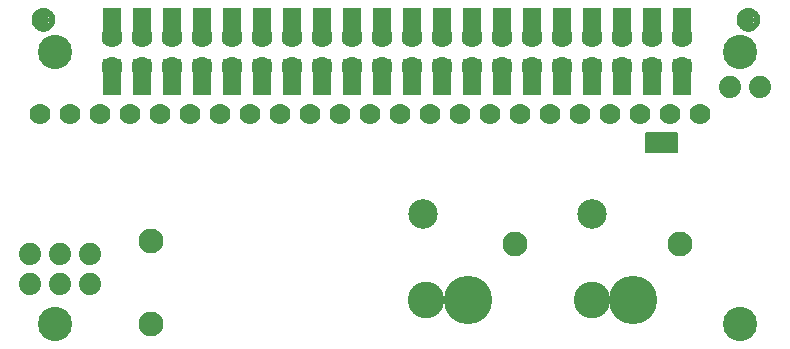
<source format=gbr>
G04 EAGLE Gerber RS-274X export*
G75*
%MOMM*%
%FSLAX34Y34*%
%LPD*%
%INSoldermask Bottom*%
%IPPOS*%
%AMOC8*
5,1,8,0,0,1.08239X$1,22.5*%
G01*
%ADD10C,2.901600*%
%ADD11R,1.625600X3.149600*%
%ADD12C,1.778000*%
%ADD13C,1.101600*%
%ADD14C,0.500000*%
%ADD15C,2.101600*%
%ADD16C,3.101600*%
%ADD17C,2.501600*%
%ADD18C,4.101600*%
%ADD19C,1.879600*%

G36*
X561458Y179086D02*
X561458Y179086D01*
X561577Y179093D01*
X561615Y179106D01*
X561656Y179111D01*
X561766Y179154D01*
X561879Y179191D01*
X561914Y179213D01*
X561951Y179228D01*
X562047Y179298D01*
X562148Y179361D01*
X562176Y179391D01*
X562209Y179414D01*
X562285Y179506D01*
X562366Y179593D01*
X562386Y179628D01*
X562411Y179659D01*
X562462Y179767D01*
X562520Y179871D01*
X562530Y179911D01*
X562547Y179947D01*
X562569Y180064D01*
X562599Y180179D01*
X562603Y180240D01*
X562607Y180260D01*
X562605Y180280D01*
X562609Y180340D01*
X562609Y195580D01*
X562594Y195698D01*
X562587Y195817D01*
X562574Y195855D01*
X562569Y195896D01*
X562526Y196006D01*
X562489Y196119D01*
X562467Y196154D01*
X562452Y196191D01*
X562383Y196287D01*
X562319Y196388D01*
X562289Y196416D01*
X562266Y196449D01*
X562174Y196525D01*
X562087Y196606D01*
X562052Y196626D01*
X562021Y196651D01*
X561913Y196702D01*
X561809Y196760D01*
X561769Y196770D01*
X561733Y196787D01*
X561616Y196809D01*
X561501Y196839D01*
X561441Y196843D01*
X561421Y196847D01*
X561400Y196845D01*
X561340Y196849D01*
X535940Y196849D01*
X535822Y196834D01*
X535703Y196827D01*
X535665Y196814D01*
X535624Y196809D01*
X535514Y196766D01*
X535401Y196729D01*
X535366Y196707D01*
X535329Y196692D01*
X535233Y196623D01*
X535132Y196559D01*
X535104Y196529D01*
X535071Y196506D01*
X534996Y196414D01*
X534914Y196327D01*
X534894Y196292D01*
X534869Y196261D01*
X534818Y196153D01*
X534760Y196049D01*
X534750Y196009D01*
X534733Y195973D01*
X534711Y195856D01*
X534681Y195741D01*
X534677Y195681D01*
X534673Y195661D01*
X534674Y195654D01*
X534673Y195652D01*
X534674Y195636D01*
X534671Y195580D01*
X534671Y180340D01*
X534686Y180222D01*
X534693Y180103D01*
X534706Y180065D01*
X534711Y180024D01*
X534754Y179914D01*
X534791Y179801D01*
X534813Y179766D01*
X534828Y179729D01*
X534898Y179633D01*
X534961Y179532D01*
X534991Y179504D01*
X535014Y179471D01*
X535106Y179396D01*
X535193Y179314D01*
X535228Y179294D01*
X535259Y179269D01*
X535367Y179218D01*
X535471Y179160D01*
X535511Y179150D01*
X535547Y179133D01*
X535664Y179111D01*
X535779Y179081D01*
X535840Y179077D01*
X535860Y179073D01*
X535880Y179075D01*
X535940Y179071D01*
X561340Y179071D01*
X561458Y179086D01*
G37*
D10*
X35000Y265000D03*
X615000Y265000D03*
X615000Y35000D03*
D11*
X83696Y243394D03*
X83696Y286574D03*
X109096Y243394D03*
X109096Y286574D03*
X134496Y286574D03*
X134496Y243394D03*
X159896Y286574D03*
X159896Y243394D03*
X185296Y286574D03*
X185296Y243394D03*
X210696Y286574D03*
X210696Y243394D03*
X236096Y286574D03*
X236096Y243394D03*
X261496Y286574D03*
X261496Y243394D03*
X286896Y286574D03*
X286896Y243394D03*
X312296Y286574D03*
X312296Y243394D03*
X337696Y286574D03*
X337696Y243394D03*
X363096Y286574D03*
X363096Y243394D03*
X388496Y286574D03*
X388496Y243394D03*
X413896Y286574D03*
X413896Y243394D03*
X439296Y286574D03*
X439296Y243394D03*
X464696Y286574D03*
X464696Y243394D03*
X490096Y286574D03*
X490096Y243394D03*
X515496Y286574D03*
X515496Y243394D03*
X540896Y286574D03*
X540896Y243394D03*
X566296Y286574D03*
X566296Y243394D03*
D10*
X35000Y35000D03*
D12*
X83700Y252300D03*
X83700Y277700D03*
X109100Y252300D03*
X109100Y277700D03*
X134500Y252300D03*
X134500Y277700D03*
X159900Y252300D03*
X159900Y277700D03*
X185300Y252300D03*
X185300Y277700D03*
X210700Y252300D03*
X210700Y277700D03*
X236100Y252300D03*
X236100Y277700D03*
X261500Y252300D03*
X261500Y277700D03*
X286900Y252300D03*
X286900Y277700D03*
X312300Y252300D03*
X312300Y277700D03*
X337700Y252300D03*
X337700Y277700D03*
X363100Y252300D03*
X363100Y277700D03*
X388500Y252300D03*
X388500Y277700D03*
X413900Y252300D03*
X413900Y277700D03*
X439300Y252300D03*
X439300Y277700D03*
X464700Y252300D03*
X464700Y277700D03*
X490100Y252300D03*
X490100Y277700D03*
X515500Y252300D03*
X515500Y277700D03*
X540900Y252300D03*
X540900Y277700D03*
X566300Y252300D03*
X566300Y277700D03*
D13*
X25400Y292100D03*
D14*
X32900Y292100D02*
X32898Y292281D01*
X32891Y292462D01*
X32880Y292643D01*
X32865Y292824D01*
X32845Y293004D01*
X32821Y293184D01*
X32793Y293363D01*
X32760Y293541D01*
X32723Y293718D01*
X32682Y293895D01*
X32637Y294070D01*
X32587Y294245D01*
X32533Y294418D01*
X32475Y294589D01*
X32413Y294760D01*
X32346Y294928D01*
X32276Y295095D01*
X32202Y295261D01*
X32123Y295424D01*
X32041Y295585D01*
X31955Y295745D01*
X31865Y295902D01*
X31771Y296057D01*
X31674Y296210D01*
X31572Y296360D01*
X31468Y296508D01*
X31359Y296654D01*
X31248Y296796D01*
X31132Y296936D01*
X31014Y297073D01*
X30892Y297208D01*
X30767Y297339D01*
X30639Y297467D01*
X30508Y297592D01*
X30373Y297714D01*
X30236Y297832D01*
X30096Y297948D01*
X29954Y298059D01*
X29808Y298168D01*
X29660Y298272D01*
X29510Y298374D01*
X29357Y298471D01*
X29202Y298565D01*
X29045Y298655D01*
X28885Y298741D01*
X28724Y298823D01*
X28561Y298902D01*
X28395Y298976D01*
X28228Y299046D01*
X28060Y299113D01*
X27889Y299175D01*
X27718Y299233D01*
X27545Y299287D01*
X27370Y299337D01*
X27195Y299382D01*
X27018Y299423D01*
X26841Y299460D01*
X26663Y299493D01*
X26484Y299521D01*
X26304Y299545D01*
X26124Y299565D01*
X25943Y299580D01*
X25762Y299591D01*
X25581Y299598D01*
X25400Y299600D01*
X25219Y299598D01*
X25038Y299591D01*
X24857Y299580D01*
X24676Y299565D01*
X24496Y299545D01*
X24316Y299521D01*
X24137Y299493D01*
X23959Y299460D01*
X23782Y299423D01*
X23605Y299382D01*
X23430Y299337D01*
X23255Y299287D01*
X23082Y299233D01*
X22911Y299175D01*
X22740Y299113D01*
X22572Y299046D01*
X22405Y298976D01*
X22239Y298902D01*
X22076Y298823D01*
X21915Y298741D01*
X21755Y298655D01*
X21598Y298565D01*
X21443Y298471D01*
X21290Y298374D01*
X21140Y298272D01*
X20992Y298168D01*
X20846Y298059D01*
X20704Y297948D01*
X20564Y297832D01*
X20427Y297714D01*
X20292Y297592D01*
X20161Y297467D01*
X20033Y297339D01*
X19908Y297208D01*
X19786Y297073D01*
X19668Y296936D01*
X19552Y296796D01*
X19441Y296654D01*
X19332Y296508D01*
X19228Y296360D01*
X19126Y296210D01*
X19029Y296057D01*
X18935Y295902D01*
X18845Y295745D01*
X18759Y295585D01*
X18677Y295424D01*
X18598Y295261D01*
X18524Y295095D01*
X18454Y294928D01*
X18387Y294760D01*
X18325Y294589D01*
X18267Y294418D01*
X18213Y294245D01*
X18163Y294070D01*
X18118Y293895D01*
X18077Y293718D01*
X18040Y293541D01*
X18007Y293363D01*
X17979Y293184D01*
X17955Y293004D01*
X17935Y292824D01*
X17920Y292643D01*
X17909Y292462D01*
X17902Y292281D01*
X17900Y292100D01*
X17902Y291919D01*
X17909Y291738D01*
X17920Y291557D01*
X17935Y291376D01*
X17955Y291196D01*
X17979Y291016D01*
X18007Y290837D01*
X18040Y290659D01*
X18077Y290482D01*
X18118Y290305D01*
X18163Y290130D01*
X18213Y289955D01*
X18267Y289782D01*
X18325Y289611D01*
X18387Y289440D01*
X18454Y289272D01*
X18524Y289105D01*
X18598Y288939D01*
X18677Y288776D01*
X18759Y288615D01*
X18845Y288455D01*
X18935Y288298D01*
X19029Y288143D01*
X19126Y287990D01*
X19228Y287840D01*
X19332Y287692D01*
X19441Y287546D01*
X19552Y287404D01*
X19668Y287264D01*
X19786Y287127D01*
X19908Y286992D01*
X20033Y286861D01*
X20161Y286733D01*
X20292Y286608D01*
X20427Y286486D01*
X20564Y286368D01*
X20704Y286252D01*
X20846Y286141D01*
X20992Y286032D01*
X21140Y285928D01*
X21290Y285826D01*
X21443Y285729D01*
X21598Y285635D01*
X21755Y285545D01*
X21915Y285459D01*
X22076Y285377D01*
X22239Y285298D01*
X22405Y285224D01*
X22572Y285154D01*
X22740Y285087D01*
X22911Y285025D01*
X23082Y284967D01*
X23255Y284913D01*
X23430Y284863D01*
X23605Y284818D01*
X23782Y284777D01*
X23959Y284740D01*
X24137Y284707D01*
X24316Y284679D01*
X24496Y284655D01*
X24676Y284635D01*
X24857Y284620D01*
X25038Y284609D01*
X25219Y284602D01*
X25400Y284600D01*
X25581Y284602D01*
X25762Y284609D01*
X25943Y284620D01*
X26124Y284635D01*
X26304Y284655D01*
X26484Y284679D01*
X26663Y284707D01*
X26841Y284740D01*
X27018Y284777D01*
X27195Y284818D01*
X27370Y284863D01*
X27545Y284913D01*
X27718Y284967D01*
X27889Y285025D01*
X28060Y285087D01*
X28228Y285154D01*
X28395Y285224D01*
X28561Y285298D01*
X28724Y285377D01*
X28885Y285459D01*
X29045Y285545D01*
X29202Y285635D01*
X29357Y285729D01*
X29510Y285826D01*
X29660Y285928D01*
X29808Y286032D01*
X29954Y286141D01*
X30096Y286252D01*
X30236Y286368D01*
X30373Y286486D01*
X30508Y286608D01*
X30639Y286733D01*
X30767Y286861D01*
X30892Y286992D01*
X31014Y287127D01*
X31132Y287264D01*
X31248Y287404D01*
X31359Y287546D01*
X31468Y287692D01*
X31572Y287840D01*
X31674Y287990D01*
X31771Y288143D01*
X31865Y288298D01*
X31955Y288455D01*
X32041Y288615D01*
X32123Y288776D01*
X32202Y288939D01*
X32276Y289105D01*
X32346Y289272D01*
X32413Y289440D01*
X32475Y289611D01*
X32533Y289782D01*
X32587Y289955D01*
X32637Y290130D01*
X32682Y290305D01*
X32723Y290482D01*
X32760Y290659D01*
X32793Y290837D01*
X32821Y291016D01*
X32845Y291196D01*
X32865Y291376D01*
X32880Y291557D01*
X32891Y291738D01*
X32898Y291919D01*
X32900Y292100D01*
D13*
X622300Y292100D03*
D14*
X629800Y292100D02*
X629798Y292281D01*
X629791Y292462D01*
X629780Y292643D01*
X629765Y292824D01*
X629745Y293004D01*
X629721Y293184D01*
X629693Y293363D01*
X629660Y293541D01*
X629623Y293718D01*
X629582Y293895D01*
X629537Y294070D01*
X629487Y294245D01*
X629433Y294418D01*
X629375Y294589D01*
X629313Y294760D01*
X629246Y294928D01*
X629176Y295095D01*
X629102Y295261D01*
X629023Y295424D01*
X628941Y295585D01*
X628855Y295745D01*
X628765Y295902D01*
X628671Y296057D01*
X628574Y296210D01*
X628472Y296360D01*
X628368Y296508D01*
X628259Y296654D01*
X628148Y296796D01*
X628032Y296936D01*
X627914Y297073D01*
X627792Y297208D01*
X627667Y297339D01*
X627539Y297467D01*
X627408Y297592D01*
X627273Y297714D01*
X627136Y297832D01*
X626996Y297948D01*
X626854Y298059D01*
X626708Y298168D01*
X626560Y298272D01*
X626410Y298374D01*
X626257Y298471D01*
X626102Y298565D01*
X625945Y298655D01*
X625785Y298741D01*
X625624Y298823D01*
X625461Y298902D01*
X625295Y298976D01*
X625128Y299046D01*
X624960Y299113D01*
X624789Y299175D01*
X624618Y299233D01*
X624445Y299287D01*
X624270Y299337D01*
X624095Y299382D01*
X623918Y299423D01*
X623741Y299460D01*
X623563Y299493D01*
X623384Y299521D01*
X623204Y299545D01*
X623024Y299565D01*
X622843Y299580D01*
X622662Y299591D01*
X622481Y299598D01*
X622300Y299600D01*
X622119Y299598D01*
X621938Y299591D01*
X621757Y299580D01*
X621576Y299565D01*
X621396Y299545D01*
X621216Y299521D01*
X621037Y299493D01*
X620859Y299460D01*
X620682Y299423D01*
X620505Y299382D01*
X620330Y299337D01*
X620155Y299287D01*
X619982Y299233D01*
X619811Y299175D01*
X619640Y299113D01*
X619472Y299046D01*
X619305Y298976D01*
X619139Y298902D01*
X618976Y298823D01*
X618815Y298741D01*
X618655Y298655D01*
X618498Y298565D01*
X618343Y298471D01*
X618190Y298374D01*
X618040Y298272D01*
X617892Y298168D01*
X617746Y298059D01*
X617604Y297948D01*
X617464Y297832D01*
X617327Y297714D01*
X617192Y297592D01*
X617061Y297467D01*
X616933Y297339D01*
X616808Y297208D01*
X616686Y297073D01*
X616568Y296936D01*
X616452Y296796D01*
X616341Y296654D01*
X616232Y296508D01*
X616128Y296360D01*
X616026Y296210D01*
X615929Y296057D01*
X615835Y295902D01*
X615745Y295745D01*
X615659Y295585D01*
X615577Y295424D01*
X615498Y295261D01*
X615424Y295095D01*
X615354Y294928D01*
X615287Y294760D01*
X615225Y294589D01*
X615167Y294418D01*
X615113Y294245D01*
X615063Y294070D01*
X615018Y293895D01*
X614977Y293718D01*
X614940Y293541D01*
X614907Y293363D01*
X614879Y293184D01*
X614855Y293004D01*
X614835Y292824D01*
X614820Y292643D01*
X614809Y292462D01*
X614802Y292281D01*
X614800Y292100D01*
X614802Y291919D01*
X614809Y291738D01*
X614820Y291557D01*
X614835Y291376D01*
X614855Y291196D01*
X614879Y291016D01*
X614907Y290837D01*
X614940Y290659D01*
X614977Y290482D01*
X615018Y290305D01*
X615063Y290130D01*
X615113Y289955D01*
X615167Y289782D01*
X615225Y289611D01*
X615287Y289440D01*
X615354Y289272D01*
X615424Y289105D01*
X615498Y288939D01*
X615577Y288776D01*
X615659Y288615D01*
X615745Y288455D01*
X615835Y288298D01*
X615929Y288143D01*
X616026Y287990D01*
X616128Y287840D01*
X616232Y287692D01*
X616341Y287546D01*
X616452Y287404D01*
X616568Y287264D01*
X616686Y287127D01*
X616808Y286992D01*
X616933Y286861D01*
X617061Y286733D01*
X617192Y286608D01*
X617327Y286486D01*
X617464Y286368D01*
X617604Y286252D01*
X617746Y286141D01*
X617892Y286032D01*
X618040Y285928D01*
X618190Y285826D01*
X618343Y285729D01*
X618498Y285635D01*
X618655Y285545D01*
X618815Y285459D01*
X618976Y285377D01*
X619139Y285298D01*
X619305Y285224D01*
X619472Y285154D01*
X619640Y285087D01*
X619811Y285025D01*
X619982Y284967D01*
X620155Y284913D01*
X620330Y284863D01*
X620505Y284818D01*
X620682Y284777D01*
X620859Y284740D01*
X621037Y284707D01*
X621216Y284679D01*
X621396Y284655D01*
X621576Y284635D01*
X621757Y284620D01*
X621938Y284609D01*
X622119Y284602D01*
X622300Y284600D01*
X622481Y284602D01*
X622662Y284609D01*
X622843Y284620D01*
X623024Y284635D01*
X623204Y284655D01*
X623384Y284679D01*
X623563Y284707D01*
X623741Y284740D01*
X623918Y284777D01*
X624095Y284818D01*
X624270Y284863D01*
X624445Y284913D01*
X624618Y284967D01*
X624789Y285025D01*
X624960Y285087D01*
X625128Y285154D01*
X625295Y285224D01*
X625461Y285298D01*
X625624Y285377D01*
X625785Y285459D01*
X625945Y285545D01*
X626102Y285635D01*
X626257Y285729D01*
X626410Y285826D01*
X626560Y285928D01*
X626708Y286032D01*
X626854Y286141D01*
X626996Y286252D01*
X627136Y286368D01*
X627273Y286486D01*
X627408Y286608D01*
X627539Y286733D01*
X627667Y286861D01*
X627792Y286992D01*
X627914Y287127D01*
X628032Y287264D01*
X628148Y287404D01*
X628259Y287546D01*
X628368Y287692D01*
X628472Y287840D01*
X628574Y287990D01*
X628671Y288143D01*
X628765Y288298D01*
X628855Y288455D01*
X628941Y288615D01*
X629023Y288776D01*
X629102Y288939D01*
X629176Y289105D01*
X629246Y289272D01*
X629313Y289440D01*
X629375Y289611D01*
X629433Y289782D01*
X629487Y289955D01*
X629537Y290130D01*
X629582Y290305D01*
X629623Y290482D01*
X629660Y290659D01*
X629693Y290837D01*
X629721Y291016D01*
X629745Y291196D01*
X629765Y291376D01*
X629780Y291557D01*
X629791Y291738D01*
X629798Y291919D01*
X629800Y292100D01*
D15*
X116840Y35000D03*
X116840Y105000D03*
D16*
X349160Y55000D03*
X490160Y55000D03*
D17*
X347160Y127500D03*
X490160Y127500D03*
D18*
X384660Y55000D03*
X524660Y55000D03*
D15*
X424660Y102500D03*
X564660Y102500D03*
D19*
X13970Y68580D03*
X13970Y93980D03*
X64770Y68580D03*
X64770Y93980D03*
X39370Y68580D03*
X39370Y93980D03*
D12*
X22860Y212090D03*
X48260Y212090D03*
X73660Y212090D03*
X99060Y212090D03*
X124460Y212090D03*
X149860Y212090D03*
X175260Y212090D03*
X200660Y212090D03*
X226060Y212090D03*
X251460Y212090D03*
X276860Y212090D03*
X302260Y212090D03*
X327660Y212090D03*
X353060Y212090D03*
X378460Y212090D03*
X403860Y212090D03*
X429260Y212090D03*
X454660Y212090D03*
X480060Y212090D03*
X505460Y212090D03*
X530860Y212090D03*
X556260Y212090D03*
X581660Y212090D03*
D19*
X607060Y234950D03*
X632460Y234950D03*
M02*

</source>
